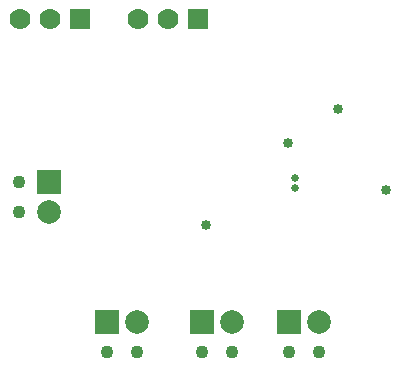
<source format=gbr>
%TF.GenerationSoftware,Altium Limited,Altium Designer,24.6.1 (21)*%
G04 Layer_Color=16711935*
%FSLAX45Y45*%
%MOMM*%
%TF.SameCoordinates,18E76ECD-83C5-444D-8C50-6D49F83D0F89*%
%TF.FilePolarity,Negative*%
%TF.FileFunction,Soldermask,Bot*%
%TF.Part,Single*%
G01*
G75*
%TA.AperFunction,ComponentPad*%
%ADD39C,1.10000*%
%ADD80R,2.00320X2.00320*%
%ADD81C,2.00320*%
%ADD82C,1.77800*%
%ADD83R,1.77800X1.77800*%
%ADD84R,2.00320X2.00320*%
%TA.AperFunction,ViaPad*%
%ADD85C,0.85320*%
%ADD86C,0.65320*%
D39*
X620000Y-1964000D02*
D03*
X874000D02*
D03*
X-1664000Y-526000D02*
D03*
Y-780000D02*
D03*
X-120000Y-1964000D02*
D03*
X134000D02*
D03*
X-920000D02*
D03*
X-666000D02*
D03*
D80*
X620000Y-1710000D02*
D03*
X-120000D02*
D03*
X-920000D02*
D03*
D81*
X874000D02*
D03*
X-1410000Y-780000D02*
D03*
X134000Y-1710000D02*
D03*
X-666000D02*
D03*
D82*
X-404000Y850000D02*
D03*
X-658000D02*
D03*
X-1404000D02*
D03*
X-1658000D02*
D03*
D83*
X-150000D02*
D03*
X-1150000D02*
D03*
D84*
X-1410000Y-526000D02*
D03*
D85*
X-82500Y-892500D02*
D03*
X1030000Y90000D02*
D03*
X610000Y-200000D02*
D03*
X1440646Y-590592D02*
D03*
D86*
X670000Y-580000D02*
D03*
Y-490000D02*
D03*
%TF.MD5,88a525e9043ee51c160f6e1ad0d4caf6*%
M02*

</source>
